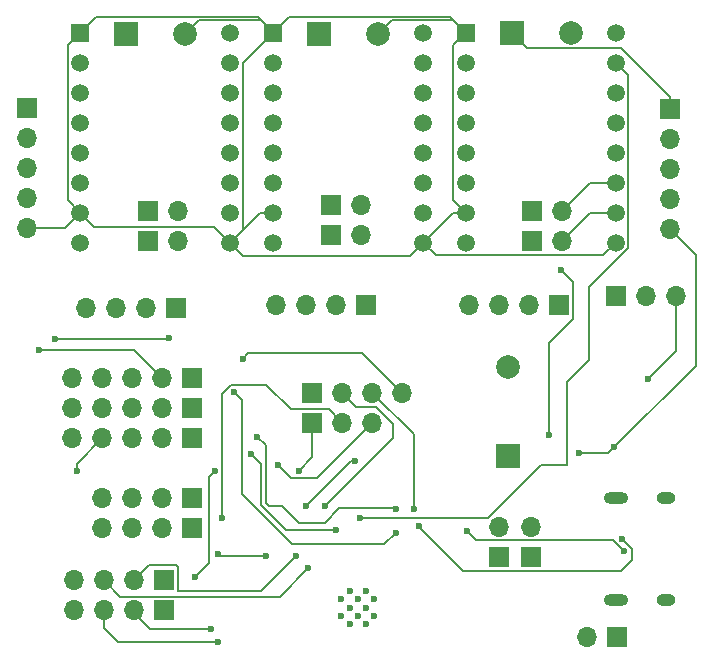
<source format=gbr>
%TF.GenerationSoftware,KiCad,Pcbnew,8.0.3*%
%TF.CreationDate,2024-09-17T15:24:25+02:00*%
%TF.ProjectId,PCB,5043422e-6b69-4636-9164-5f7063625858,rev?*%
%TF.SameCoordinates,Original*%
%TF.FileFunction,Copper,L2,Bot*%
%TF.FilePolarity,Positive*%
%FSLAX46Y46*%
G04 Gerber Fmt 4.6, Leading zero omitted, Abs format (unit mm)*
G04 Created by KiCad (PCBNEW 8.0.3) date 2024-09-17 15:24:25*
%MOMM*%
%LPD*%
G01*
G04 APERTURE LIST*
%TA.AperFunction,ComponentPad*%
%ADD10R,2.000000X2.000000*%
%TD*%
%TA.AperFunction,ComponentPad*%
%ADD11C,2.000000*%
%TD*%
%TA.AperFunction,ComponentPad*%
%ADD12R,1.700000X1.700000*%
%TD*%
%TA.AperFunction,ComponentPad*%
%ADD13O,1.700000X1.700000*%
%TD*%
%TA.AperFunction,ComponentPad*%
%ADD14R,1.508000X1.508000*%
%TD*%
%TA.AperFunction,ComponentPad*%
%ADD15C,1.508000*%
%TD*%
%TA.AperFunction,ComponentPad*%
%ADD16O,2.100000X1.000000*%
%TD*%
%TA.AperFunction,ComponentPad*%
%ADD17O,1.600000X1.000000*%
%TD*%
%TA.AperFunction,HeatsinkPad*%
%ADD18C,0.600000*%
%TD*%
%TA.AperFunction,ViaPad*%
%ADD19C,0.600000*%
%TD*%
%TA.AperFunction,Conductor*%
%ADD20C,0.200000*%
%TD*%
G04 APERTURE END LIST*
D10*
%TO.P,BZ1,1,+*%
%TO.N,BUZZER*%
X153710000Y-110780000D03*
D11*
%TO.P,BZ1,2,-*%
%TO.N,GND*%
X153710000Y-103180000D03*
%TD*%
D12*
%TO.P,UART1,1,Pin_1*%
%TO.N,GND*%
X124600000Y-121260000D03*
D13*
%TO.P,UART1,2,Pin_2*%
%TO.N,RX1*%
X122060000Y-121260000D03*
%TO.P,UART1,3,Pin_3*%
%TO.N,TX1*%
X119520000Y-121260000D03*
%TO.P,UART1,4,Pin_4*%
%TO.N,VCC_5V*%
X116980000Y-121260000D03*
%TD*%
D12*
%TO.P,JP1,1,A*%
%TO.N,VCC_5V*%
X123225000Y-92500000D03*
D13*
%TO.P,JP1,2,B*%
%TO.N,Net-(JP1-B)*%
X125765000Y-92500000D03*
%TD*%
D12*
%TO.P,J3,1,Pin_1*%
%TO.N,MOTORC1*%
X158080000Y-97980000D03*
D13*
%TO.P,J3,2,Pin_2*%
%TO.N,MOTORC2*%
X155540000Y-97980000D03*
%TO.P,J3,3,Pin_3*%
%TO.N,MOTORC3*%
X153000000Y-97980000D03*
%TO.P,J3,4,Pin_4*%
%TO.N,MOTORC4*%
X150460000Y-97980000D03*
%TD*%
D12*
%TO.P,J4,1,Pin_1*%
%TO.N,GPIO36*%
X137160000Y-105410000D03*
D13*
%TO.P,J4,2,Pin_2*%
%TO.N,GPIO37*%
X139700000Y-105410000D03*
%TO.P,J4,3,Pin_3*%
%TO.N,GPIO38*%
X142240000Y-105410000D03*
%TO.P,J4,4,Pin_4*%
%TO.N,GPIO47*%
X144780000Y-105410000D03*
%TD*%
D12*
%TO.P,JP5,1,A*%
%TO.N,VCC_5V*%
X155725000Y-92500000D03*
D13*
%TO.P,JP5,2,B*%
%TO.N,Net-(JP5-B)*%
X158265000Y-92500000D03*
%TD*%
D14*
%TO.P,U5,1,GND*%
%TO.N,GND*%
X150160000Y-74900000D03*
D15*
%TO.P,U5,2,VIO*%
%TO.N,VCC_5V*%
X150160000Y-77440000D03*
%TO.P,U5,3,M1B*%
%TO.N,MOTORC1*%
X150160000Y-79980000D03*
%TO.P,U5,4,M1A*%
%TO.N,MOTORC2*%
X150160000Y-82520000D03*
%TO.P,U5,5,M2A*%
%TO.N,MOTORC3*%
X150160000Y-85060000D03*
%TO.P,U5,6,M2B*%
%TO.N,MOTORC4*%
X150160000Y-87600000D03*
%TO.P,U5,7,GND*%
%TO.N,GND*%
X150160000Y-90140000D03*
%TO.P,U5,8,VM*%
%TO.N,VCC_5V*%
X150160000Y-92680000D03*
%TO.P,U5,9,DIR*%
%TO.N,DIR3*%
X162860000Y-74900000D03*
%TO.P,U5,10,STEP*%
%TO.N,STEP3*%
X162860000Y-77440000D03*
%TO.P,U5,11,PDN*%
%TO.N,unconnected-(U5-PDN-Pad11)*%
X162860000Y-79980000D03*
%TO.P,U5,12,UART*%
%TO.N,unconnected-(U5-UART-Pad12)*%
X162860000Y-82520000D03*
%TO.P,U5,13,SPRD*%
%TO.N,unconnected-(U5-SPRD-Pad13)*%
X162860000Y-85060000D03*
%TO.P,U5,14,MS2*%
%TO.N,Net-(JP6-B)*%
X162860000Y-87600000D03*
%TO.P,U5,15,MS1*%
%TO.N,Net-(JP5-B)*%
X162860000Y-90140000D03*
%TO.P,U5,16,~{EN}*%
%TO.N,GND*%
X162860000Y-92680000D03*
%TD*%
D10*
%TO.P,C6,1*%
%TO.N,VCC_5V*%
X137732323Y-75000000D03*
D11*
%TO.P,C6,2*%
%TO.N,GND*%
X142732323Y-75000000D03*
%TD*%
D12*
%TO.P,J6,1,Pin_1*%
%TO.N,VCC_5V*%
X162985000Y-126080000D03*
D13*
%TO.P,J6,2,Pin_2*%
%TO.N,VCC_5Vin*%
X160445000Y-126080000D03*
%TD*%
D12*
%TO.P,TOF2,1,Pin_1*%
%TO.N,XSHUT2*%
X127000000Y-106680000D03*
D13*
%TO.P,TOF2,2,Pin_2*%
%TO.N,SDA*%
X124460000Y-106680000D03*
%TO.P,TOF2,3,Pin_3*%
%TO.N,SCL*%
X121920000Y-106680000D03*
%TO.P,TOF2,4,Pin_4*%
%TO.N,GND*%
X119380000Y-106680000D03*
%TO.P,TOF2,5,Pin_5*%
%TO.N,VCC_5V*%
X116840000Y-106680000D03*
%TD*%
D12*
%TO.P,JP3,1,A*%
%TO.N,VCC_5V*%
X138725000Y-92000000D03*
D13*
%TO.P,JP3,2,B*%
%TO.N,Net-(JP3-B)*%
X141265000Y-92000000D03*
%TD*%
D12*
%TO.P,J12,1,Pin_1*%
%TO.N,3V3*%
X162860000Y-97200000D03*
D13*
%TO.P,J12,2,Pin_2*%
X165400000Y-97200000D03*
%TO.P,J12,3,Pin_3*%
X167940000Y-97200000D03*
%TD*%
D10*
%TO.P,C3,1*%
%TO.N,VCC_5V*%
X121382323Y-75000000D03*
D11*
%TO.P,C3,2*%
%TO.N,GND*%
X126382323Y-75000000D03*
%TD*%
D12*
%TO.P,J8,1,Pin_1*%
%TO.N,MOTORA1*%
X125580000Y-98230000D03*
D13*
%TO.P,J8,2,Pin_2*%
%TO.N,MOTORA2*%
X123040000Y-98230000D03*
%TO.P,J8,3,Pin_3*%
%TO.N,MOTORA3*%
X120500000Y-98230000D03*
%TO.P,J8,4,Pin_4*%
%TO.N,MOTORA4*%
X117960000Y-98230000D03*
%TD*%
D12*
%TO.P,J10,1,Pin_1*%
%TO.N,VCC_5V*%
X167400000Y-81400000D03*
D13*
%TO.P,J10,2,Pin_2*%
X167400000Y-83940000D03*
%TO.P,J10,3,Pin_3*%
X167400000Y-86480000D03*
%TO.P,J10,4,Pin_4*%
X167400000Y-89020000D03*
%TO.P,J10,5,Pin_5*%
X167400000Y-91560000D03*
%TD*%
D12*
%TO.P,TOF1,1,Pin_1*%
%TO.N,XSHUT1*%
X127000000Y-104140000D03*
D13*
%TO.P,TOF1,2,Pin_2*%
%TO.N,SDA*%
X124460000Y-104140000D03*
%TO.P,TOF1,3,Pin_3*%
%TO.N,SCL*%
X121920000Y-104140000D03*
%TO.P,TOF1,4,Pin_4*%
%TO.N,GND*%
X119380000Y-104140000D03*
%TO.P,TOF1,5,Pin_5*%
%TO.N,VCC_5V*%
X116840000Y-104140000D03*
%TD*%
D12*
%TO.P,J11,1,Pin_1*%
%TO.N,GND*%
X113000000Y-81280000D03*
D13*
%TO.P,J11,2,Pin_2*%
X113000000Y-83820000D03*
%TO.P,J11,3,Pin_3*%
X113000000Y-86360000D03*
%TO.P,J11,4,Pin_4*%
X113000000Y-88900000D03*
%TO.P,J11,5,Pin_5*%
X113000000Y-91440000D03*
%TD*%
D12*
%TO.P,TOF3,1,Pin_1*%
%TO.N,XSHUT3*%
X127000000Y-109220000D03*
D13*
%TO.P,TOF3,2,Pin_2*%
%TO.N,SDA*%
X124460000Y-109220000D03*
%TO.P,TOF3,3,Pin_3*%
%TO.N,SCL*%
X121920000Y-109220000D03*
%TO.P,TOF3,4,Pin_4*%
%TO.N,GND*%
X119380000Y-109220000D03*
%TO.P,TOF3,5,Pin_5*%
%TO.N,VCC_5V*%
X116840000Y-109220000D03*
%TD*%
D12*
%TO.P,SCREEN,1,Pin_1*%
%TO.N,SDA*%
X127000000Y-114300000D03*
D13*
%TO.P,SCREEN,2,Pin_2*%
%TO.N,SCL*%
X124460000Y-114300000D03*
%TO.P,SCREEN,3,Pin_3*%
%TO.N,VCC_5V*%
X121920000Y-114300000D03*
%TO.P,SCREEN,4,Pin_4*%
%TO.N,GND*%
X119380000Y-114300000D03*
%TD*%
D14*
%TO.P,U2,1,GND*%
%TO.N,GND*%
X133835000Y-74900000D03*
D15*
%TO.P,U2,2,VIO*%
%TO.N,VCC_5V*%
X133835000Y-77440000D03*
%TO.P,U2,3,M1B*%
%TO.N,MOTORB1*%
X133835000Y-79980000D03*
%TO.P,U2,4,M1A*%
%TO.N,MOTORB2*%
X133835000Y-82520000D03*
%TO.P,U2,5,M2A*%
%TO.N,MOTORB3*%
X133835000Y-85060000D03*
%TO.P,U2,6,M2B*%
%TO.N,MOTORB4*%
X133835000Y-87600000D03*
%TO.P,U2,7,GND*%
%TO.N,GND*%
X133835000Y-90140000D03*
%TO.P,U2,8,VM*%
%TO.N,VCC_5V*%
X133835000Y-92680000D03*
%TO.P,U2,9,DIR*%
%TO.N,DIR2*%
X146535000Y-74900000D03*
%TO.P,U2,10,STEP*%
%TO.N,STEP2*%
X146535000Y-77440000D03*
%TO.P,U2,11,PDN*%
%TO.N,unconnected-(U2-PDN-Pad11)*%
X146535000Y-79980000D03*
%TO.P,U2,12,UART*%
%TO.N,unconnected-(U2-UART-Pad12)*%
X146535000Y-82520000D03*
%TO.P,U2,13,SPRD*%
%TO.N,unconnected-(U2-SPRD-Pad13)*%
X146535000Y-85060000D03*
%TO.P,U2,14,MS2*%
%TO.N,Net-(JP4-B)*%
X146535000Y-87600000D03*
%TO.P,U2,15,MS1*%
%TO.N,Net-(JP3-B)*%
X146535000Y-90140000D03*
%TO.P,U2,16,~{EN}*%
%TO.N,GND*%
X146535000Y-92680000D03*
%TD*%
D12*
%TO.P,JP4,1,A*%
%TO.N,VCC_5V*%
X138725000Y-89460000D03*
D13*
%TO.P,JP4,2,B*%
%TO.N,Net-(JP4-B)*%
X141265000Y-89460000D03*
%TD*%
D16*
%TO.P,J1,S1,SHIELD*%
%TO.N,GND*%
X162880000Y-122900000D03*
D17*
X167060000Y-122900000D03*
D16*
X162880000Y-114260000D03*
D17*
X167060000Y-114260000D03*
%TD*%
D10*
%TO.P,C8,1*%
%TO.N,VCC_5V*%
X154032323Y-74900000D03*
D11*
%TO.P,C8,2*%
%TO.N,GND*%
X159032323Y-74900000D03*
%TD*%
D12*
%TO.P,UART0,1,Pin_1*%
%TO.N,GND*%
X124600000Y-123800000D03*
D13*
%TO.P,UART0,2,Pin_2*%
%TO.N,RX0*%
X122060000Y-123800000D03*
%TO.P,UART0,3,Pin_3*%
%TO.N,TX0*%
X119520000Y-123800000D03*
%TO.P,UART0,4,Pin_4*%
%TO.N,VCC_5V*%
X116980000Y-123800000D03*
%TD*%
D12*
%TO.P,J9,1,Pin_1*%
%TO.N,GPIO21*%
X137160000Y-107950000D03*
D13*
%TO.P,J9,2,Pin_2*%
%TO.N,GPIO35*%
X139700000Y-107950000D03*
%TO.P,J9,3,Pin_3*%
%TO.N,GPIO48*%
X142240000Y-107950000D03*
%TD*%
D12*
%TO.P,JP6,1,A*%
%TO.N,VCC_5V*%
X155725000Y-89960000D03*
D13*
%TO.P,JP6,2,B*%
%TO.N,Net-(JP6-B)*%
X158265000Y-89960000D03*
%TD*%
D18*
%TO.P,U6,41,GND*%
%TO.N,GND*%
X142410000Y-124280000D03*
X142410000Y-122880000D03*
X141710000Y-124980000D03*
X141710000Y-123580000D03*
X141710000Y-122180000D03*
X141010000Y-124280000D03*
X141010000Y-122880000D03*
X140310000Y-124980000D03*
X140310000Y-123580000D03*
X140310000Y-122180000D03*
X139610000Y-124280000D03*
X139610000Y-122880000D03*
%TD*%
D12*
%TO.P,ADD,1,Pin_1*%
%TO.N,SDA*%
X127000000Y-116840000D03*
D13*
%TO.P,ADD,2,Pin_2*%
%TO.N,SCL*%
X124460000Y-116840000D03*
%TO.P,ADD,3,Pin_3*%
%TO.N,VCC_5V*%
X121920000Y-116840000D03*
%TO.P,ADD,4,Pin_4*%
%TO.N,GND*%
X119380000Y-116840000D03*
%TD*%
D12*
%TO.P,JP2,1,A*%
%TO.N,VCC_5V*%
X123225000Y-89960000D03*
D13*
%TO.P,JP2,2,B*%
%TO.N,Net-(JP2-B)*%
X125765000Y-89960000D03*
%TD*%
D14*
%TO.P,U1,1,GND*%
%TO.N,GND*%
X117510000Y-74900000D03*
D15*
%TO.P,U1,2,VIO*%
%TO.N,VCC_5V*%
X117510000Y-77440000D03*
%TO.P,U1,3,M1B*%
%TO.N,MOTORA1*%
X117510000Y-79980000D03*
%TO.P,U1,4,M1A*%
%TO.N,MOTORA2*%
X117510000Y-82520000D03*
%TO.P,U1,5,M2A*%
%TO.N,MOTORA3*%
X117510000Y-85060000D03*
%TO.P,U1,6,M2B*%
%TO.N,MOTORA4*%
X117510000Y-87600000D03*
%TO.P,U1,7,GND*%
%TO.N,GND*%
X117510000Y-90140000D03*
%TO.P,U1,8,VM*%
%TO.N,VCC_5V*%
X117510000Y-92680000D03*
%TO.P,U1,9,DIR*%
%TO.N,DIR1*%
X130210000Y-74900000D03*
%TO.P,U1,10,STEP*%
%TO.N,STEP1*%
X130210000Y-77440000D03*
%TO.P,U1,11,PDN*%
%TO.N,unconnected-(U1-PDN-Pad11)*%
X130210000Y-79980000D03*
%TO.P,U1,12,UART*%
%TO.N,unconnected-(U1-UART-Pad12)*%
X130210000Y-82520000D03*
%TO.P,U1,13,SPRD*%
%TO.N,unconnected-(U1-SPRD-Pad13)*%
X130210000Y-85060000D03*
%TO.P,U1,14,MS2*%
%TO.N,Net-(JP2-B)*%
X130210000Y-87600000D03*
%TO.P,U1,15,MS1*%
%TO.N,Net-(JP1-B)*%
X130210000Y-90140000D03*
%TO.P,U1,16,~{EN}*%
%TO.N,GND*%
X130210000Y-92680000D03*
%TD*%
D12*
%TO.P,J2,1,Pin_1*%
%TO.N,MOTORB1*%
X141710000Y-97980000D03*
D13*
%TO.P,J2,2,Pin_2*%
%TO.N,MOTORB2*%
X139170000Y-97980000D03*
%TO.P,J2,3,Pin_3*%
%TO.N,MOTORB3*%
X136630000Y-97980000D03*
%TO.P,J2,4,Pin_4*%
%TO.N,MOTORB4*%
X134090000Y-97980000D03*
%TD*%
D12*
%TO.P,J5,1,Pin_1*%
%TO.N,TEAMBTN*%
X152940000Y-119255000D03*
D13*
%TO.P,J5,2,Pin_2*%
%TO.N,GND*%
X152940000Y-116715000D03*
%TD*%
D12*
%TO.P,J7,1,Pin_1*%
%TO.N,LAUNCHPULL*%
X155710000Y-119255000D03*
D13*
%TO.P,J7,2,Pin_2*%
%TO.N,GND*%
X155710000Y-116715000D03*
%TD*%
D19*
%TO.N,SDA*%
X129200000Y-119000000D03*
X133200000Y-119200000D03*
X114000000Y-101750000D03*
%TO.N,SCL*%
X125000000Y-100750000D03*
X115390000Y-100875000D03*
%TO.N,3V3*%
X165600000Y-104200000D03*
%TO.N,VCC_5V*%
X162710000Y-109980000D03*
X159710000Y-110480000D03*
X158210000Y-94980000D03*
X157210000Y-108980000D03*
%TO.N,GPIO0*%
X128900000Y-112000000D03*
X127210000Y-120980000D03*
%TO.N,USB_P*%
X146210000Y-116680000D03*
X163410000Y-117780000D03*
%TO.N,USB_N*%
X150210000Y-117080000D03*
X163570735Y-118789265D03*
%TO.N,XSHUT1*%
X144210000Y-117230000D03*
X130500000Y-105300000D03*
%TO.N,XSHUT2*%
X144210000Y-115230000D03*
X132500000Y-109100000D03*
%TO.N,XSHUT3*%
X132000000Y-110600000D03*
X139200000Y-117000000D03*
%TO.N,RX0*%
X128600000Y-125400000D03*
%TO.N,TX0*%
X129210000Y-126480000D03*
%TO.N,TX1*%
X136800000Y-120230000D03*
%TO.N,RX1*%
X135800000Y-119200000D03*
%TO.N,STEP3*%
X141210000Y-115980000D03*
%TO.N,GPIO21*%
X136000000Y-112000000D03*
%TO.N,GPIO36*%
X140800000Y-111200000D03*
X136600000Y-115000000D03*
%TO.N,GPIO47*%
X131250000Y-102500000D03*
%TO.N,GPIO48*%
X134250000Y-111500000D03*
%TO.N,GPIO37*%
X138250000Y-115000000D03*
%TO.N,GPIO35*%
X129500000Y-116000000D03*
%TO.N,GPIO38*%
X145750000Y-115250000D03*
%TO.N,GND*%
X117200000Y-112000000D03*
%TD*%
D20*
%TO.N,SDA*%
X122070000Y-101750000D02*
X124460000Y-104140000D01*
X129400000Y-119200000D02*
X133200000Y-119200000D01*
X114000000Y-101750000D02*
X122070000Y-101750000D01*
X129200000Y-119000000D02*
X129400000Y-119200000D01*
%TO.N,SCL*%
X124950000Y-100800000D02*
X125000000Y-100750000D01*
X115465000Y-100800000D02*
X124950000Y-100800000D01*
X115390000Y-100875000D02*
X115465000Y-100800000D01*
%TO.N,3V3*%
X167940000Y-97200000D02*
X167940000Y-101860000D01*
X167940000Y-101860000D02*
X165600000Y-104200000D01*
%TO.N,VCC_5V*%
X163250000Y-76200000D02*
X155332323Y-76200000D01*
X159230000Y-96000000D02*
X159230000Y-99130000D01*
X167400000Y-81400000D02*
X167400000Y-80350000D01*
X167400000Y-80350000D02*
X163250000Y-76200000D01*
X157210000Y-101150000D02*
X157210000Y-108980000D01*
X169600000Y-93760000D02*
X167400000Y-91560000D01*
X159710000Y-110480000D02*
X162210000Y-110480000D01*
X159230000Y-99130000D02*
X157210000Y-101150000D01*
X169600000Y-103090000D02*
X169600000Y-93760000D01*
X155332323Y-76200000D02*
X154032323Y-74900000D01*
X162710000Y-109980000D02*
X169600000Y-103090000D01*
X158210000Y-94980000D02*
X159230000Y-96000000D01*
X162210000Y-110480000D02*
X162710000Y-109980000D01*
%TO.N,GPIO0*%
X128400000Y-119790000D02*
X127210000Y-120980000D01*
X128400000Y-112500000D02*
X128400000Y-119790000D01*
X128900000Y-112000000D02*
X128400000Y-112500000D01*
%TO.N,USB_P*%
X163410000Y-117780000D02*
X164210000Y-118580000D01*
X164210000Y-119528529D02*
X163258529Y-120480000D01*
X164210000Y-118580000D02*
X164210000Y-119528529D01*
X146210000Y-116680000D02*
X146110000Y-116680000D01*
X149910000Y-120480000D02*
X146210000Y-116780000D01*
X146110000Y-116680000D02*
X146210000Y-116780000D01*
X163258529Y-120480000D02*
X149910000Y-120480000D01*
X146210000Y-116780000D02*
X146210000Y-116680000D01*
%TO.N,USB_N*%
X150995000Y-117865000D02*
X150210000Y-117080000D01*
X163570735Y-118789265D02*
X162646470Y-117865000D01*
X162646470Y-117865000D02*
X150995000Y-117865000D01*
%TO.N,Net-(JP5-B)*%
X158265000Y-92500000D02*
X160625000Y-90140000D01*
X160625000Y-90140000D02*
X162860000Y-90140000D01*
%TO.N,Net-(JP6-B)*%
X160625000Y-87600000D02*
X162860000Y-87600000D01*
X158265000Y-89960000D02*
X160625000Y-87600000D01*
%TO.N,XSHUT1*%
X143240000Y-118200000D02*
X144210000Y-117230000D01*
X130500000Y-105300000D02*
X131200000Y-106000000D01*
X135430000Y-118200000D02*
X143240000Y-118200000D01*
X131200000Y-106000000D02*
X131200000Y-113970000D01*
X131200000Y-113970000D02*
X135430000Y-118200000D01*
%TO.N,XSHUT2*%
X139441471Y-115150000D02*
X144130000Y-115150000D01*
X133480000Y-115000000D02*
X134600000Y-115000000D01*
X134600000Y-115000000D02*
X136000000Y-116400000D01*
X132500000Y-109100000D02*
X133210000Y-109810000D01*
X133210000Y-114730000D02*
X133480000Y-115000000D01*
X138191471Y-116400000D02*
X139441471Y-115150000D01*
X133210000Y-109810000D02*
X133210000Y-114730000D01*
X144130000Y-115150000D02*
X144210000Y-115230000D01*
X136000000Y-116400000D02*
X138191471Y-116400000D01*
%TO.N,XSHUT3*%
X132810000Y-114895686D02*
X132810000Y-111410000D01*
X132810000Y-111410000D02*
X132000000Y-110600000D01*
X134914314Y-117000000D02*
X132810000Y-114895686D01*
X139200000Y-117000000D02*
X134914314Y-117000000D01*
%TO.N,RX0*%
X122060000Y-124060000D02*
X122060000Y-123800000D01*
X123400000Y-125400000D02*
X122060000Y-124060000D01*
X128600000Y-125400000D02*
X123400000Y-125400000D01*
%TO.N,TX0*%
X119520000Y-125320000D02*
X119520000Y-123800000D01*
X120680000Y-126480000D02*
X119520000Y-125320000D01*
X129210000Y-126480000D02*
X120680000Y-126480000D01*
%TO.N,TX1*%
X134380000Y-122650000D02*
X120910000Y-122650000D01*
X120910000Y-122650000D02*
X119520000Y-121260000D01*
X136800000Y-120230000D02*
X134380000Y-122650000D01*
%TO.N,RX1*%
X125750000Y-120110000D02*
X125640000Y-120000000D01*
X132800000Y-122200000D02*
X125750000Y-122200000D01*
X123320000Y-120000000D02*
X122060000Y-121260000D01*
X125640000Y-120000000D02*
X123320000Y-120000000D01*
X125750000Y-122200000D02*
X125750000Y-120110000D01*
X135800000Y-119200000D02*
X132800000Y-122200000D01*
%TO.N,STEP3*%
X162860000Y-77440000D02*
X163914000Y-78494000D01*
X158710000Y-111480000D02*
X156548654Y-111480000D01*
X163914000Y-93116582D02*
X160600000Y-96430582D01*
X163914000Y-78494000D02*
X163914000Y-93116582D01*
X156548654Y-111480000D02*
X152048654Y-115980000D01*
X160600000Y-102590000D02*
X158710000Y-104480000D01*
X160600000Y-96430582D02*
X160600000Y-102590000D01*
X158710000Y-104480000D02*
X158710000Y-111480000D01*
X152048654Y-115980000D02*
X141210000Y-115980000D01*
%TO.N,GPIO21*%
X136000000Y-112000000D02*
X137160000Y-110840000D01*
X137160000Y-110840000D02*
X137160000Y-107950000D01*
%TO.N,GPIO36*%
X136600000Y-115000000D02*
X140400000Y-111200000D01*
X140400000Y-111200000D02*
X140800000Y-111200000D01*
%TO.N,GPIO47*%
X131250000Y-102500000D02*
X131750000Y-102000000D01*
X141370000Y-102000000D02*
X144780000Y-105410000D01*
X131750000Y-102000000D02*
X141370000Y-102000000D01*
%TO.N,GPIO48*%
X137590000Y-112600000D02*
X142240000Y-107950000D01*
X134250000Y-111500000D02*
X135350000Y-112600000D01*
X135350000Y-112600000D02*
X137590000Y-112600000D01*
%TO.N,GPIO37*%
X144000000Y-109250000D02*
X144000000Y-108000000D01*
X138250000Y-115000000D02*
X144000000Y-109250000D01*
X140850000Y-106560000D02*
X139700000Y-105410000D01*
X142560000Y-106560000D02*
X140850000Y-106560000D01*
X144000000Y-108000000D02*
X142560000Y-106560000D01*
%TO.N,GPIO35*%
X129500000Y-116000000D02*
X129500000Y-105451471D01*
X129500000Y-105451471D02*
X130251471Y-104700000D01*
X130251471Y-104700000D02*
X133210000Y-104700000D01*
X135310000Y-106800000D02*
X138550000Y-106800000D01*
X133210000Y-104700000D02*
X135310000Y-106800000D01*
X138550000Y-106800000D02*
X139700000Y-107950000D01*
%TO.N,GPIO38*%
X145750000Y-115250000D02*
X145750000Y-108920000D01*
X145750000Y-108920000D02*
X142240000Y-105410000D01*
%TO.N,GND*%
X149106000Y-89086000D02*
X149106000Y-75954000D01*
X117510000Y-90140000D02*
X118700000Y-91330000D01*
X132781000Y-73846000D02*
X133835000Y-74900000D01*
X148840000Y-73580000D02*
X150160000Y-74900000D01*
X149106000Y-75954000D02*
X150160000Y-74900000D01*
X116210000Y-91440000D02*
X117510000Y-90140000D01*
X126382323Y-75000000D02*
X127536323Y-73846000D01*
X149075000Y-90140000D02*
X150160000Y-90140000D01*
X147589000Y-93734000D02*
X161806000Y-93734000D01*
X130210000Y-92680000D02*
X132750000Y-90140000D01*
X130210000Y-92680000D02*
X131264000Y-91626000D01*
X117510000Y-90140000D02*
X116456000Y-89086000D01*
X118830000Y-73580000D02*
X132515000Y-73580000D01*
X135155000Y-73580000D02*
X148840000Y-73580000D01*
X116456000Y-75954000D02*
X117510000Y-74900000D01*
X117510000Y-74900000D02*
X118830000Y-73580000D01*
X131310000Y-93780000D02*
X145435000Y-93780000D01*
X128860000Y-91330000D02*
X130210000Y-92680000D01*
X149106000Y-73846000D02*
X150160000Y-74900000D01*
X127536323Y-73846000D02*
X132781000Y-73846000D01*
X146535000Y-92680000D02*
X147589000Y-93734000D01*
X113000000Y-91440000D02*
X116210000Y-91440000D01*
X145435000Y-93780000D02*
X146535000Y-92680000D01*
X143886323Y-73846000D02*
X149106000Y-73846000D01*
X146535000Y-92680000D02*
X149075000Y-90140000D01*
X131264000Y-91626000D02*
X131264000Y-77471000D01*
X131264000Y-77471000D02*
X133835000Y-74900000D01*
X133835000Y-74900000D02*
X135155000Y-73580000D01*
X116456000Y-89086000D02*
X116456000Y-75954000D01*
X150160000Y-90140000D02*
X149106000Y-89086000D01*
X150160000Y-74900000D02*
X150210000Y-74950000D01*
X142732323Y-75000000D02*
X143886323Y-73846000D01*
X117200000Y-111400000D02*
X119380000Y-109220000D01*
X117200000Y-112000000D02*
X117200000Y-111400000D01*
X132515000Y-73580000D02*
X133835000Y-74900000D01*
X161806000Y-93734000D02*
X162860000Y-92680000D01*
X130210000Y-92680000D02*
X131310000Y-93780000D01*
X150210000Y-74950000D02*
X150210000Y-74980000D01*
X118700000Y-91330000D02*
X128860000Y-91330000D01*
X132750000Y-90140000D02*
X133835000Y-90140000D01*
%TD*%
M02*

</source>
